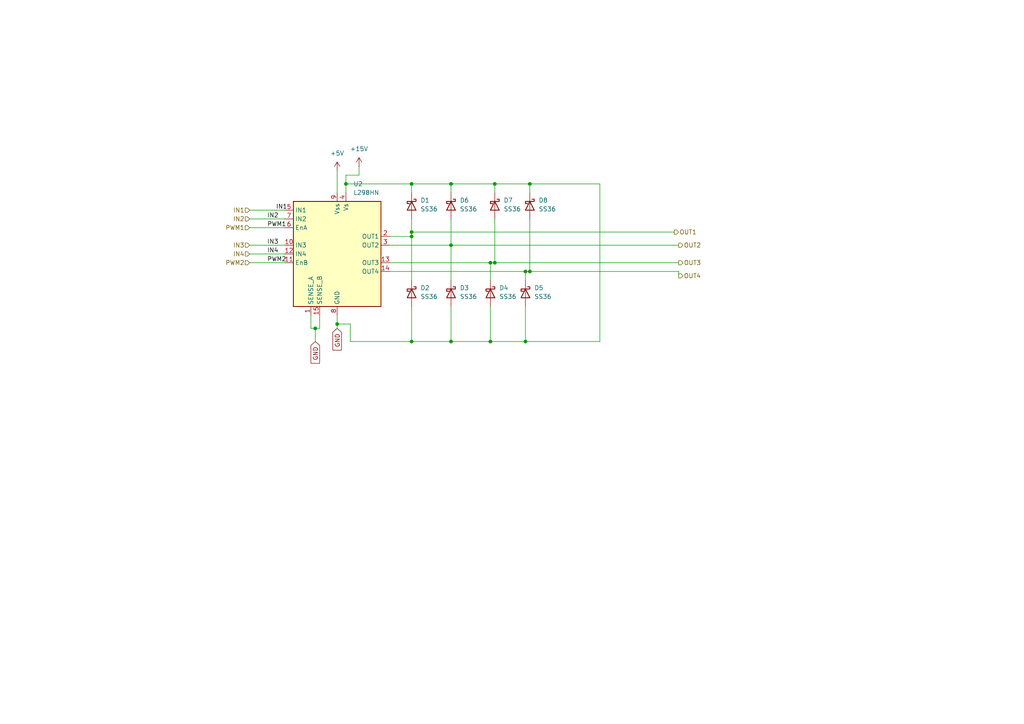
<source format=kicad_sch>
(kicad_sch (version 20250114) (generator "eeschema") (generator_version "9.0")
  (paper "A4")
  (lib_symbols
    (symbol "Diode:SS36" (pin_numbers (hide yes)) (pin_names (offset 1.016) (hide yes))
      (property "Reference" "D" (at 0 2.54 0))
      (property "Value" "SS36" (at 0 -2.54 0))
      (symbol "SS36_0_1"
        (polyline (pts (xy -1.905 0.635) (xy -1.905 1.27) (xy -1.27 1.27) (xy -1.27 -1.27) (xy -0.635 -1.27) (xy -0.635 -0.635)) (stroke (width 0.254)))
        (polyline (pts (xy 1.27 1.27) (xy 1.27 -1.27) (xy -1.27 0) (xy 1.27 1.27)) (stroke (width 0.254)))
        (polyline (pts (xy 1.27 0) (xy -1.27 0)))
      )
      (symbol "SS36_1_1"
        (pin passive line (at -3.81 0 0) (length 2.54) (name "K") (number "1"))
        (pin passive line (at 3.81 0 180) (length 2.54) (name "A") (number "2"))
      )
    )
    (symbol "Driver_Motor:L298HN"
      (property "Reference" "U" (at -10.16 16.51 0))
      (property "Value" "L298HN" (at 12.7 16.51 0))
      (symbol "L298HN_0_1"
        (rectangle (start -12.7 15.24) (end 12.7 -15.24) (stroke (width 0.254)) (fill (type background)))
      )
      (symbol "L298HN_1_1"
        (pin input line (at -15.24 12.7 0) (length 2.54) (name "IN1") (number "5"))
        (pin input line (at -15.24 10.16 0) (length 2.54) (name "IN2") (number "7"))
        (pin input line (at -15.24 7.62 0) (length 2.54) (name "EnA") (number "6"))
        (pin input line (at -15.24 2.54 0) (length 2.54) (name "IN3") (number "10"))
        (pin input line (at -15.24 0 0) (length 2.54) (name "IN4") (number "12"))
        (pin input line (at -15.24 -2.54 0) (length 2.54) (name "EnB") (number "11"))
        (pin input line (at -7.62 -17.78 90) (length 2.54) (name "SENSE_A") (number "1"))
        (pin input line (at -5.08 -17.78 90) (length 2.54) (name "SENSE_B") (number "15"))
        (pin power_in line (at 0 17.78 270) (length 2.54) (name "Vss") (number "9"))
        (pin power_in line (at 0 -17.78 90) (length 2.54) (name "GND") (number "8"))
        (pin power_in line (at 2.54 17.78 270) (length 2.54) (name "Vs") (number "4"))
        (pin output line (at 15.24 5.08 180) (length 2.54) (name "OUT1") (number "2"))
        (pin output line (at 15.24 2.54 180) (length 2.54) (name "OUT2") (number "3"))
        (pin output line (at 15.24 -2.54 180) (length 2.54) (name "OUT3") (number "13"))
        (pin output line (at 15.24 -5.08 180) (length 2.54) (name "OUT4") (number "14"))
      )
    )
    (symbol "power:+15V" (power) (pin_numbers (hide yes)) (pin_names (offset 0) (hide yes))
      (property "Value" "+15V" (at 0 3.556 0))
      (symbol "+15V_0_1"
        (polyline (pts (xy -0.762 1.27) (xy 0 2.54)))
        (polyline (pts (xy 0 2.54) (xy 0.762 1.27)))
        (polyline (pts (xy 0 0) (xy 0 2.54)))
      )
      (symbol "+15V_1_1"
        (pin power_in line (at 0 0 90) (length 0) (name "~") (number "1"))
      )
    )
    (symbol "power:+5V" (power) (pin_numbers (hide yes)) (pin_names (offset 0) (hide yes))
      (property "Value" "+5V" (at 0 3.556 0))
      (symbol "+5V_0_1"
        (polyline (pts (xy -0.762 1.27) (xy 0 2.54)))
        (polyline (pts (xy 0 2.54) (xy 0.762 1.27)))
        (polyline (pts (xy 0 0) (xy 0 2.54)))
      )
      (symbol "+5V_1_1"
        (pin power_in line (at 0 0 90) (length 0) (name "~") (number "1"))
      )
    )
  )
  (junction (at 143.51 53.34))
  (junction (at 91.44 95.25))
  (junction (at 153.67 78.74))
  (junction (at 130.81 53.34))
  (junction (at 97.79 93.98))
  (junction (at 130.81 99.06))
  (junction (at 119.38 99.06))
  (junction (at 152.4 78.74))
  (junction (at 142.24 76.2))
  (junction (at 143.51 76.2))
  (junction (at 119.38 68.58))
  (junction (at 119.38 53.34))
  (junction (at 152.4 99.06))
  (junction (at 100.33 53.34))
  (junction (at 130.81 71.12))
  (junction (at 119.38 67.31))
  (junction (at 153.67 53.34))
  (junction (at 142.24 99.06))
  (wire (pts (xy 119.38 67.31) (xy 195.58 67.31)))
  (wire (pts (xy 119.38 88.9) (xy 119.38 99.06)))
  (wire (pts (xy 72.39 63.5) (xy 82.55 63.5)))
  (wire (pts (xy 92.71 91.44) (xy 92.71 95.25)))
  (wire (pts (xy 91.44 95.25) (xy 92.71 95.25)))
  (wire (pts (xy 100.33 53.34) (xy 119.38 53.34)))
  (wire (pts (xy 130.81 53.34) (xy 130.81 55.88)))
  (wire (pts (xy 142.24 76.2) (xy 143.51 76.2)))
  (wire (pts (xy 119.38 68.58) (xy 119.38 81.28)))
  (wire (pts (xy 72.39 76.2) (xy 82.55 76.2)))
  (wire (pts (xy 152.4 99.06) (xy 173.99 99.06)))
  (wire (pts (xy 152.4 78.74) (xy 152.4 81.28)))
  (wire (pts (xy 130.81 53.34) (xy 143.51 53.34)))
  (wire (pts (xy 196.85 78.74) (xy 196.85 80.01)))
  (wire (pts (xy 72.39 66.04) (xy 82.55 66.04)))
  (wire (pts (xy 101.6 99.06) (xy 119.38 99.06)))
  (wire (pts (xy 130.81 99.06) (xy 142.24 99.06)))
  (wire (pts (xy 153.67 63.5) (xy 153.67 78.74)))
  (wire (pts (xy 101.6 99.06) (xy 101.6 93.98)))
  (wire (pts (xy 113.03 76.2) (xy 142.24 76.2)))
  (wire (pts (xy 143.51 53.34) (xy 143.51 55.88)))
  (wire (pts (xy 113.03 78.74) (xy 152.4 78.74)))
  (wire (pts (xy 130.81 71.12) (xy 196.85 71.12)))
  (wire (pts (xy 100.33 53.34) (xy 100.33 50.8)))
  (wire (pts (xy 90.17 91.44) (xy 90.17 95.25)))
  (wire (pts (xy 142.24 99.06) (xy 152.4 99.06)))
  (wire (pts (xy 72.39 71.12) (xy 82.55 71.12)))
  (wire (pts (xy 130.81 88.9) (xy 130.81 99.06)))
  (wire (pts (xy 143.51 53.34) (xy 153.67 53.34)))
  (wire (pts (xy 130.81 63.5) (xy 130.81 71.12)))
  (wire (pts (xy 153.67 53.34) (xy 153.67 55.88)))
  (wire (pts (xy 152.4 88.9) (xy 152.4 99.06)))
  (wire (pts (xy 119.38 63.5) (xy 119.38 67.31)))
  (wire (pts (xy 91.44 95.25) (xy 91.44 99.06)))
  (wire (pts (xy 97.79 93.98) (xy 97.79 95.25)))
  (wire (pts (xy 100.33 50.8) (xy 104.14 50.8)))
  (wire (pts (xy 113.03 68.58) (xy 119.38 68.58)))
  (wire (pts (xy 142.24 81.28) (xy 142.24 76.2)))
  (wire (pts (xy 101.6 93.98) (xy 97.79 93.98)))
  (wire (pts (xy 97.79 91.44) (xy 97.79 93.98)))
  (wire (pts (xy 97.79 49.53) (xy 97.79 55.88)))
  (wire (pts (xy 142.24 88.9) (xy 142.24 99.06)))
  (wire (pts (xy 113.03 71.12) (xy 130.81 71.12)))
  (wire (pts (xy 100.33 55.88) (xy 100.33 53.34)))
  (wire (pts (xy 152.4 78.74) (xy 153.67 78.74)))
  (wire (pts (xy 153.67 53.34) (xy 173.99 53.34)))
  (wire (pts (xy 173.99 53.34) (xy 173.99 99.06)))
  (wire (pts (xy 143.51 76.2) (xy 196.85 76.2)))
  (wire (pts (xy 119.38 67.31) (xy 119.38 68.58)))
  (wire (pts (xy 72.39 60.96) (xy 82.55 60.96)))
  (wire (pts (xy 90.17 95.25) (xy 91.44 95.25)))
  (wire (pts (xy 143.51 63.5) (xy 143.51 76.2)))
  (wire (pts (xy 119.38 99.06) (xy 130.81 99.06)))
  (wire (pts (xy 119.38 53.34) (xy 119.38 55.88)))
  (wire (pts (xy 119.38 53.34) (xy 130.81 53.34)))
  (wire (pts (xy 130.81 71.12) (xy 130.81 81.28)))
  (wire (pts (xy 104.14 48.26) (xy 104.14 50.8)))
  (wire (pts (xy 72.39 73.66) (xy 82.55 73.66)))
  (wire (pts (xy 153.67 78.74) (xy 196.85 78.74)))
  (label "IN2" (at 77.47 63.5 0))
  (label "PWM1" (at 77.47 66.04 0))
  (label "IN4" (at 77.47 73.66 0))
  (label "PWM2" (at 77.47 76.2 0))
  (label "IN3" (at 77.47 71.12 0))
  (label "IN1" (at 80.01 60.96 0))
  (global_label "GND" (shape input) (at 97.79 95.25 270) (property "Intersheetrefs" "${INTERSHEET_REFS}" (effects (hide yes))))
  (global_label "GND" (shape input) (at 91.44 99.06 270) (property "Intersheetrefs" "${INTERSHEET_REFS}" (effects (hide yes))))
  (hierarchical_label "OUT3" (shape output) (at 196.85 76.2 0))
  (hierarchical_label "OUT2" (shape output) (at 196.85 71.12 0))
  (hierarchical_label "OUT1" (shape output) (at 195.58 67.31 0))
  (hierarchical_label "IN1" (shape input) (at 72.39 60.96 180))
  (hierarchical_label "PWM1" (shape input) (at 72.39 66.04 180))
  (hierarchical_label "IN2" (shape input) (at 72.39 63.5 180))
  (hierarchical_label "OUT4" (shape output) (at 196.85 80.01 0))
  (hierarchical_label "PWM2" (shape input) (at 72.39 76.2 180))
  (hierarchical_label "IN4" (shape input) (at 72.39 73.66 180))
  (hierarchical_label "IN3" (shape input) (at 72.39 71.12 180))
  (symbol (lib_id "Diode:SS36") (at 130.81 59.69 270) (unit 1)
    (property "Reference" "D6" (at 133.35 58.1024 90) (effects (justify left)))
    (property "Value" "SS36" (at 133.35 60.6424 90) (effects (justify left)))
    (property "Footprint" "Diode_SMD:D_SMA_Handsoldering" (effects (hide yes)))
    (property "Datasheet" "https://www.vishay.com/docs/88751/ss32.pdf" (effects (hide yes)))
    (property "Description" "60V 3A Schottky Diode, SMA" (effects (hide yes)))
  )
  (symbol (lib_id "Diode:SS36") (at 130.81 85.09 270) (unit 1)
    (property "Reference" "D3" (at 133.35 83.5024 90) (effects (justify left)))
    (property "Value" "SS36" (at 133.35 86.0424 90) (effects (justify left)))
    (property "Footprint" "Diode_SMD:D_SMA_Handsoldering" (effects (hide yes)))
    (property "Datasheet" "https://www.vishay.com/docs/88751/ss32.pdf" (effects (hide yes)))
    (property "Description" "60V 3A Schottky Diode, SMA" (effects (hide yes)))
  )
  (symbol (lib_id "power:+5V") (at 97.79 49.53 0) (unit 1)
    (property "Reference" "#PWR019" (effects (hide yes)))
    (property "Value" "+5V" (at 97.79 44.45 0))
    (property "Description" "Power symbol creates a global label with name \"+5V\"" (effects (hide yes)))
  )
  (symbol (lib_id "Diode:SS36") (at 142.24 85.09 270) (unit 1)
    (property "Reference" "D4" (at 144.78 83.5024 90) (effects (justify left)))
    (property "Value" "SS36" (at 144.78 86.0424 90) (effects (justify left)))
    (property "Footprint" "Diode_SMD:D_SMA_Handsoldering" (effects (hide yes)))
    (property "Datasheet" "https://www.vishay.com/docs/88751/ss32.pdf" (effects (hide yes)))
    (property "Description" "60V 3A Schottky Diode, SMA" (effects (hide yes)))
  )
  (symbol (lib_id "Diode:SS36") (at 119.38 85.09 270) (unit 1)
    (property "Reference" "D2" (at 121.92 83.5024 90) (effects (justify left)))
    (property "Value" "SS36" (at 121.92 86.0424 90) (effects (justify left)))
    (property "Footprint" "Diode_SMD:D_SMA_Handsoldering" (effects (hide yes)))
    (property "Datasheet" "https://www.vishay.com/docs/88751/ss32.pdf" (effects (hide yes)))
    (property "Description" "60V 3A Schottky Diode, SMA" (effects (hide yes)))
  )
  (symbol (lib_id "Diode:SS36") (at 152.4 85.09 270) (unit 1)
    (property "Reference" "D5" (at 154.94 83.5024 90) (effects (justify left)))
    (property "Value" "SS36" (at 154.94 86.0424 90) (effects (justify left)))
    (property "Footprint" "Diode_SMD:D_SMA_Handsoldering" (effects (hide yes)))
    (property "Datasheet" "https://www.vishay.com/docs/88751/ss32.pdf" (effects (hide yes)))
    (property "Description" "60V 3A Schottky Diode, SMA" (effects (hide yes)))
  )
  (symbol (lib_id "Diode:SS36") (at 143.51 59.69 270) (unit 1)
    (property "Reference" "D7" (at 146.05 58.1024 90) (effects (justify left)))
    (property "Value" "SS36" (at 146.05 60.6424 90) (effects (justify left)))
    (property "Footprint" "Diode_SMD:D_SMA_Handsoldering" (effects (hide yes)))
    (property "Datasheet" "https://www.vishay.com/docs/88751/ss32.pdf" (effects (hide yes)))
    (property "Description" "60V 3A Schottky Diode, SMA" (effects (hide yes)))
  )
  (symbol (lib_id "Diode:SS36") (at 153.67 59.69 270) (unit 1)
    (property "Reference" "D8" (at 156.21 58.1024 90) (effects (justify left)))
    (property "Value" "SS36" (at 156.21 60.6424 90) (effects (justify left)))
    (property "Footprint" "Diode_SMD:D_SMA_Handsoldering" (effects (hide yes)))
    (property "Datasheet" "https://www.vishay.com/docs/88751/ss32.pdf" (effects (hide yes)))
    (property "Description" "60V 3A Schottky Diode, SMA" (effects (hide yes)))
  )
  (symbol (lib_id "Driver_Motor:L298HN") (at 97.79 73.66 0) (unit 1)
    (property "Reference" "U2" (at 102.4733 53.34 0) (effects (justify left)))
    (property "Value" "L298HN" (at 102.4733 55.88 0) (effects (justify left)))
    (property "Footprint" "Package_TO_SOT_THT:TO-220-15_P2.54x2.54mm_StaggerOdd_Lead5.84mm_TabDown" (effects (hide yes)))
    (property "Datasheet" "http://www.st.com/st-web-ui/static/active/en/resource/technical/document/datasheet/CD00000240.pdf" (effects (hide yes)))
    (property "Description" "Dual full bridge motor driver, up to 46V, 4A, Multiwatt15-H" (effects (hide yes)))
  )
  (symbol (lib_id "power:+15V") (at 104.14 48.26 0) (unit 1)
    (property "Reference" "#PWR018" (effects (hide yes)))
    (property "Value" "+15V" (at 104.14 43.18 0))
    (property "Description" "Power symbol creates a global label with name \"+15V\"" (effects (hide yes)))
  )
  (symbol (lib_id "Diode:SS36") (at 119.38 59.69 270) (unit 1)
    (property "Reference" "D1" (at 121.92 58.1024 90) (effects (justify left)))
    (property "Value" "SS36" (at 121.92 60.6424 90) (effects (justify left)))
    (property "Footprint" "Diode_SMD:D_SMA_Handsoldering" (effects (hide yes)))
    (property "Datasheet" "https://www.vishay.com/docs/88751/ss32.pdf" (effects (hide yes)))
    (property "Description" "60V 3A Schottky Diode, SMA" (effects (hide yes)))
  )
)
</source>
